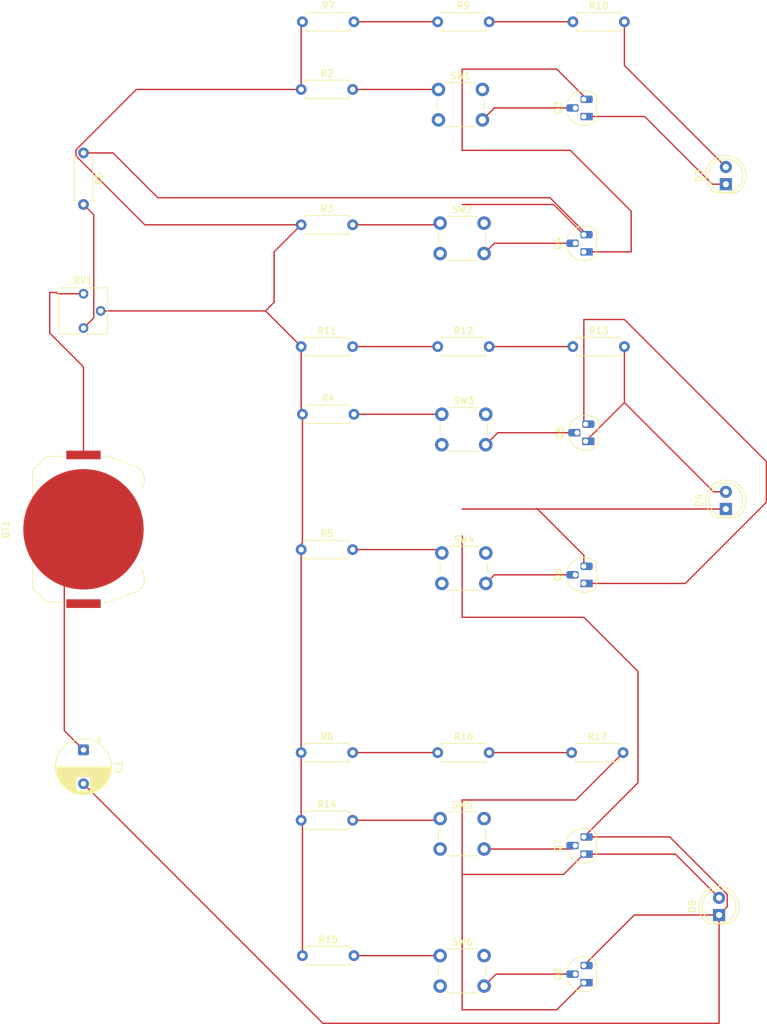
<source format=kicad_pcb>
(kicad_pcb (version 20241229) (generator "pcbnew") (generator_version "9.0")
  (layers (0 "F.Cu" signal) (2 "B.Cu" signal) (13 "F.Paste" user) (15 "B.Paste" user) (5 "F.SilkS" user "F.Silkscreen") (7 "B.SilkS" user "B.Silkscreen") (1 "F.Mask" user) (3 "B.Mask" user) (25 "Edge.Cuts" user))
  (net 0 "")
  (net 1 "Net-(BT1-+)")
  (net 2 "Net-(BT1--)")
  (net 3 "ground")
  (net 4 "Net-(D3-K)")
  (net 5 "Net-(D3-A)")
  (net 6 "Net-(D4-A)")
  (net 7 "Net-(D5-A)")
  (net 8 "Net-(Q3-B)")
  (net 9 "Net-(Q3-E)")
  (net 10 "Net-(Q4-B)")
  (net 11 "Net-(Q5-E)")
  (net 12 "Net-(Q5-B)")
  (net 13 "Net-(Q6-B)")
  (net 14 "Net-(Q7-B)")
  (net 15 "Net-(Q8-B)")
  (net 16 "Net-(R2-Pad2)")
  (net 17 "Net-(R11-Pad1)")
  (net 18 "Net-(R3-Pad2)")
  (net 19 "Net-(R4-Pad2)")
  (net 20 "Net-(R5-Pad2)")
  (net 21 "Net-(R6-Pad2)")
  (net 22 "Net-(R7-Pad2)")
  (net 23 "Net-(R16-Pad1)")
  (net 24 "Net-(R10-Pad1)")
  (net 25 "Net-(R11-Pad2)")
  (net 26 "Net-(R12-Pad2)")
  (net 27 "Net-(R14-Pad2)")
  (net 28 "Net-(R15-Pad2)")
  (net 29 "Net-(R16-Pad2)")
  (footprint "Resistor_THT:R_Axial_DIN0207_L6.3mm_D2.5mm_P7.62mm_Horizontal" (layer "F.Cu") (at 101.19 82)
    (property "Reference" "R11" (at 3.81 -2.37 0) (layer "F.SilkS"))
    (property "Value" "R")
    (pad "1" thru_hole circle (at 0 0) (size 1.6 1.6) (drill 0.8) (layers "*.Cu" "*.Mask") (net 17 "Net-(R11-Pad1)"))
    (pad "2" thru_hole circle (at 7.62 0) (size 1.6 1.6) (drill 0.8) (layers "*.Cu" "*.Mask") (net 25 "Net-(R11-Pad2)"))
  )
  (footprint "Resistor_THT:R_Axial_DIN0207_L6.3mm_D2.5mm_P7.62mm_Horizontal" (layer "F.Cu") (at 101.38 172)
    (property "Reference" "R15" (at 3.81 -2.37 0) (layer "F.SilkS"))
    (property "Value" "R")
    (pad "1" thru_hole circle (at 0 0) (size 1.6 1.6) (drill 0.8) (layers "*.Cu" "*.Mask") (net 17 "Net-(R11-Pad1)"))
    (pad "2" thru_hole circle (at 7.62 0) (size 1.6 1.6) (drill 0.8) (layers "*.Cu" "*.Mask") (net 28 "Net-(R15-Pad2)"))
  )
  (footprint "Resistor_THT:R_Axial_DIN0207_L6.3mm_D2.5mm_P7.62mm_Horizontal" (layer "F.Cu") (at 141.38 82)
    (property "Reference" "R13" (at 3.81 -2.37 0) (layer "F.SilkS"))
    (property "Value" "R")
    (pad "1" thru_hole circle (at 0 0) (size 1.6 1.6) (drill 0.8) (layers "*.Cu" "*.Mask") (net 26 "Net-(R12-Pad2)"))
    (pad "2" thru_hole circle (at 7.62 0) (size 1.6 1.6) (drill 0.8) (layers "*.Cu" "*.Mask") (net 6 "Net-(D4-A)"))
  )
  (footprint "Resistor_THT:R_Axial_DIN0207_L6.3mm_D2.5mm_P7.62mm_Horizontal" (layer "F.Cu") (at 101.19 142)
    (property "Reference" "R8" (at 3.81 -2.37 0) (layer "F.SilkS"))
    (property "Value" "R")
    (pad "1" thru_hole circle (at 0 0) (size 1.6 1.6) (drill 0.8) (layers "*.Cu" "*.Mask") (net 17 "Net-(R11-Pad1)"))
    (pad "2" thru_hole circle (at 7.62 0) (size 1.6 1.6) (drill 0.8) (layers "*.Cu" "*.Mask") (net 23 "Net-(R16-Pad1)"))
  )
  (footprint "Button_Switch_THT:SW_PUSH_6mm" (layer "F.Cu") (at 121.75 172)
    (property "Reference" "SW6" (at 3.25 -2 0) (layer "F.SilkS"))
    (property "Value" "SW_Push")
    (pad "1" thru_hole circle (at 0 0 90) (size 2 2) (drill 1.1) (layers "*.Cu" "*.Mask") (net 28 "Net-(R15-Pad2)"))
    (pad "1" thru_hole circle (at 6.5 0 90) (size 2 2) (drill 1.1) (layers "*.Cu" "*.Mask") (net 28 "Net-(R15-Pad2)"))
    (pad "2" thru_hole circle (at 0 4.5 90) (size 2 2) (drill 1.1) (layers "*.Cu" "*.Mask") (net 15 "Net-(Q8-B)"))
    (pad "2" thru_hole circle (at 6.5 4.5 90) (size 2 2) (drill 1.1) (layers "*.Cu" "*.Mask") (net 15 "Net-(Q8-B)"))
  )
  (footprint "LED_THT:LED_D5.0mm" (layer "F.Cu") (at 164 58 90)
    (property "Reference" "D3" (at 1.27 -3.96 90) (layer "F.SilkS"))
    (property "Value" "LED")
    (pad "1" thru_hole rect (at 0 0 90) (size 1.8 1.8) (drill 0.9) (layers "*.Cu" "*.Mask") (net 4 "Net-(D3-K)"))
    (pad "2" thru_hole circle (at 2.54 0 90) (size 1.8 1.8) (drill 0.9) (layers "*.Cu" "*.Mask") (net 5 "Net-(D3-A)"))
  )
  (footprint "Resistor_THT:R_Axial_DIN0207_L6.3mm_D2.5mm_P7.62mm_Horizontal" (layer "F.Cu") (at 69 53.38 -90)
    (property "Reference" "R6" (at 3.81 -2.37 90) (layer "F.SilkS"))
    (property "Value" "R")
    (pad "1" thru_hole circle (at 0 0 270) (size 1.6 1.6) (drill 0.8) (layers "*.Cu" "*.Mask") (net 3 "ground"))
    (pad "2" thru_hole circle (at 7.62 0 270) (size 1.6 1.6) (drill 0.8) (layers "*.Cu" "*.Mask") (net 21 "Net-(R6-Pad2)"))
  )
  (footprint "Package_TO_SOT_THT:TO-92L_HandSolder" (layer "F.Cu") (at 143 117 90)
    (property "Reference" "Q6" (at 1.27 -3.8 90) (layer "F.SilkS"))
    (property "Value" "NPN")
    (pad "1" thru_hole rect (at 0 0 90) (size 1.1 1.8) (drill 0.75 (offset 0 0.4)) (layers "*.Cu" "*.Mask") (net 11 "Net-(Q5-E)"))
    (pad "2" thru_hole roundrect (at 1.27 -1.27 90) (size 1.1 1.8) (drill 0.75 (offset 0 -0.4)) (layers "*.Cu" "*.Mask") (net 13 "Net-(Q6-B)"))
    (pad "3" thru_hole roundrect (at 2.54 0 90) (size 1.1 1.8) (drill 0.75 (offset 0 0.4)) (layers "*.Cu" "*.Mask") (net 3 "ground"))
  )
  (footprint "LED_THT:LED_D5.0mm" (layer "F.Cu") (at 164 106 90)
    (property "Reference" "D4" (at 1.27 -3.96 90) (layer "F.SilkS"))
    (property "Value" "LED")
    (pad "1" thru_hole rect (at 0 0 90) (size 1.8 1.8) (drill 0.9) (layers "*.Cu" "*.Mask") (net 3 "ground"))
    (pad "2" thru_hole circle (at 2.54 0 90) (size 1.8 1.8) (drill 0.9) (layers "*.Cu" "*.Mask") (net 6 "Net-(D4-A)"))
  )
  (footprint "Battery:BatteryHolder_Keystone_3034_1x20mm" (layer "F.Cu") (at 69 109 90)
    (property "Reference" "BT1" (at 0 -11.5 90) (layer "F.SilkS"))
    (property "Value" "Battery_Cell")
    (pad "1" smd rect (at -10.985 0 90) (size 1.27 5.08) (layers "F.Cu" "F.Mask" "F.Paste") (net 1 "Net-(BT1-+)"))
    (pad "1" smd rect (at 10.985 0 90) (size 1.27 5.08) (layers "F.Cu" "F.Mask" "F.Paste") (net 1 "Net-(BT1-+)"))
    (pad "2" smd circle (at 0 0 90) (size 17.8 17.8) (layers "F.Cu" "F.Mask") (net 2 "Net-(BT1--)"))
  )
  (footprint "Package_TO_SOT_THT:TO-92L_HandSolder" (layer "F.Cu") (at 143 48 90)
    (property "Reference" "Q3" (at 1.27 -3.8 90) (layer "F.SilkS"))
    (property "Value" "NPN")
    (pad "1" thru_hole rect (at 0 0 90) (size 1.1 1.8) (drill 0.75 (offset 0 0.4)) (layers "*.Cu" "*.Mask") (net 4 "Net-(D3-K)"))
    (pad "2" thru_hole roundrect (at 1.27 -1.27 90) (size 1.1 1.8) (drill 0.75 (offset 0 -0.4)) (layers "*.Cu" "*.Mask") (net 8 "Net-(Q3-B)"))
    (pad "3" thru_hole roundrect (at 2.54 0 90) (size 1.1 1.8) (drill 0.75 (offset 0 0.4)) (layers "*.Cu" "*.Mask") (net 9 "Net-(Q3-E)"))
  )
  (footprint "Package_TO_SOT_THT:TO-92L_HandSolder" (layer "F.Cu") (at 143 68 90)
    (property "Reference" "Q4" (at 1.27 -3.8 90) (layer "F.SilkS"))
    (property "Value" "NPN")
    (pad "1" thru_hole rect (at 0 0 90) (size 1.1 1.8) (drill 0.75 (offset 0 0.4)) (layers "*.Cu" "*.Mask") (net 9 "Net-(Q3-E)"))
    (pad "2" thru_hole roundrect (at 1.27 -1.27 90) (size 1.1 1.8) (drill 0.75 (offset 0 -0.4)) (layers "*.Cu" "*.Mask") (net 10 "Net-(Q4-B)"))
    (pad "3" thru_hole roundrect (at 2.54 0 90) (size 1.1 1.8) (drill 0.75 (offset 0 0.4)) (layers "*.Cu" "*.Mask") (net 3 "ground"))
  )
  (footprint "Potentiometer_THT:Potentiometer_Vishay_T73YP_Vertical" (layer "F.Cu") (at 69 79.27)
    (property "Reference" "RV1" (at -0.06 -7.09 0) (layer "F.SilkS"))
    (property "Value" "R_Potentiometer")
    (pad "1" thru_hole circle (at 0 0) (size 1.44 1.44) (drill 0.8) (layers "*.Cu" "*.Mask") (net 21 "Net-(R6-Pad2)"))
    (pad "2" thru_hole circle (at 2.54 -2.54) (size 1.44 1.44) (drill 0.8) (layers "*.Cu" "*.Mask") (net 17 "Net-(R11-Pad1)"))
    (pad "3" thru_hole circle (at 0 -5.08) (size 1.44 1.44) (drill 0.8) (layers "*.Cu" "*.Mask") (net 1 "Net-(BT1-+)"))
  )
  (footprint "Button_Switch_THT:SW_PUSH_6mm" (layer "F.Cu") (at 122 112.5)
    (property "Reference" "SW4" (at 3.25 -2 0) (layer "F.SilkS"))
    (property "Value" "SW_Push")
    (pad "1" thru_hole circle (at 0 0 90) (size 2 2) (drill 1.1) (layers "*.Cu" "*.Mask") (net 20 "Net-(R5-Pad2)"))
    (pad "1" thru_hole circle (at 6.5 0 90) (size 2 2) (drill 1.1) (layers "*.Cu" "*.Mask") (net 20 "Net-(R5-Pad2)"))
    (pad "2" thru_hole circle (at 0 4.5 90) (size 2 2) (drill 1.1) (layers "*.Cu" "*.Mask") (net 13 "Net-(Q6-B)"))
    (pad "2" thru_hole circle (at 6.5 4.5 90) (size 2 2) (drill 1.1) (layers "*.Cu" "*.Mask") (net 13 "Net-(Q6-B)"))
  )
  (footprint "Resistor_THT:R_Axial_DIN0207_L6.3mm_D2.5mm_P7.62mm_Horizontal" (layer "F.Cu") (at 121.38 82)
    (property "Reference" "R12" (at 3.81 -2.37 0) (layer "F.SilkS"))
    (property "Value" "R")
    (pad "1" thru_hole circle (at 0 0) (size 1.6 1.6) (drill 0.8) (layers "*.Cu" "*.Mask") (net 25 "Net-(R11-Pad2)"))
    (pad "2" thru_hole circle (at 7.62 0) (size 1.6 1.6) (drill 0.8) (layers "*.Cu" "*.Mask") (net 26 "Net-(R12-Pad2)"))
  )
  (footprint "Package_TO_SOT_THT:TO-92L_HandSolder" (layer "F.Cu") (at 143 176 90)
    (property "Reference" "Q8" (at 1.27 -3.8 90) (layer "F.SilkS"))
    (property "Value" "NPN")
    (pad "1" thru_hole rect (at 0 0 90) (size 1.1 1.8) (drill 0.75 (offset 0 0.4)) (layers "*.Cu" "*.Mask") (net 7 "Net-(D5-A)"))
    (pad "2" thru_hole roundrect (at 1.27 -1.27 90) (size 1.1 1.8) (drill 0.75 (offset 0 -0.4)) (layers "*.Cu" "*.Mask") (net 15 "Net-(Q8-B)"))
    (pad "3" thru_hole roundrect (at 2.54 0 90) (size 1.1 1.8) (drill 0.75 (offset 0 0.4)) (layers "*.Cu" "*.Mask") (net 3 "ground"))
  )
  (footprint "Package_TO_SOT_THT:TO-92L_HandSolder" (layer "F.Cu") (at 143 157 90)
    (property "Reference" "Q7" (at 1.27 -3.8 90) (layer "F.SilkS"))
    (property "Value" "NPN")
    (pad "1" thru_hole rect (at 0 0 90) (size 1.1 1.8) (drill 0.75 (offset 0 0.4)) (layers "*.Cu" "*.Mask") (net 7 "Net-(D5-A)"))
    (pad "2" thru_hole roundrect (at 1.27 -1.27 90) (size 1.1 1.8) (drill 0.75 (offset 0 -0.4)) (layers "*.Cu" "*.Mask") (net 14 "Net-(Q7-B)"))
    (pad "3" thru_hole roundrect (at 2.54 0 90) (size 1.1 1.8) (drill 0.75 (offset 0 0.4)) (layers "*.Cu" "*.Mask") (net 3 "ground"))
  )
  (footprint "Button_Switch_THT:SW_PUSH_6mm" (layer "F.Cu") (at 121.75 151.75)
    (property "Reference" "SW5" (at 3.25 -2 0) (layer "F.SilkS"))
    (property "Value" "SW_Push")
    (pad "1" thru_hole circle (at 0 0 90) (size 2 2) (drill 1.1) (layers "*.Cu" "*.Mask") (net 27 "Net-(R14-Pad2)"))
    (pad "1" thru_hole circle (at 6.5 0 90) (size 2 2) (drill 1.1) (layers "*.Cu" "*.Mask") (net 27 "Net-(R14-Pad2)"))
    (pad "2" thru_hole circle (at 0 4.5 90) (size 2 2) (drill 1.1) (layers "*.Cu" "*.Mask") (net 14 "Net-(Q7-B)"))
    (pad "2" thru_hole circle (at 6.5 4.5 90) (size 2 2) (drill 1.1) (layers "*.Cu" "*.Mask") (net 14 "Net-(Q7-B)"))
  )
  (footprint "Resistor_THT:R_Axial_DIN0207_L6.3mm_D2.5mm_P7.62mm_Horizontal" (layer "F.Cu") (at 101.19 112)
    (property "Reference" "R5" (at 3.81 -2.37 0) (layer "F.SilkS"))
    (property "Value" "R")
    (pad "1" thru_hole circle (at 0 0) (size 1.6 1.6) (drill 0.8) (layers "*.Cu" "*.Mask") (net 17 "Net-(R11-Pad1)"))
    (pad "2" thru_hole circle (at 7.62 0) (size 1.6 1.6) (drill 0.8) (layers "*.Cu" "*.Mask") (net 20 "Net-(R5-Pad2)"))
  )
  (footprint "Resistor_THT:R_Axial_DIN0207_L6.3mm_D2.5mm_P7.62mm_Horizontal" (layer "F.Cu") (at 101.19 152)
    (property "Reference" "R14" (at 3.81 -2.37 0) (layer "F.SilkS"))
    (property "Value" "R")
    (pad "1" thru_hole circle (at 0 0) (size 1.6 1.6) (drill 0.8) (layers "*.Cu" "*.Mask") (net 17 "Net-(R11-Pad1)"))
    (pad "2" thru_hole circle (at 7.62 0) (size 1.6 1.6) (drill 0.8) (layers "*.Cu" "*.Mask") (net 27 "Net-(R14-Pad2)"))
  )
  (footprint "Resistor_THT:R_Axial_DIN0207_L6.3mm_D2.5mm_P7.62mm_Horizontal" (layer "F.Cu") (at 101.19 64)
    (property "Reference" "R3" (at 3.81 -2.37 0) (layer "F.SilkS"))
    (property "Value" "R")
    (pad "1" thru_hole circle (at 0 0) (size 1.6 1.6) (drill 0.8) (layers "*.Cu" "*.Mask") (net 17 "Net-(R11-Pad1)"))
    (pad "2" thru_hole circle (at 7.62 0) (size 1.6 1.6) (drill 0.8) (layers "*.Cu" "*.Mask") (net 18 "Net-(R3-Pad2)"))
  )
  (footprint "Capacitor_THT:CP_Radial_D8.0mm_P5.00mm" (layer "F.Cu") (at 69 141.597349 -90)
    (property "Reference" "C1" (at 2.5 -5.25 90) (layer "F.SilkS"))
    (property "Value" "C")
    (pad "1" thru_hole roundrect (at 0 0 270) (size 1.6 1.6) (drill 0.8) (layers "*.Cu" "*.Mask") (roundrect_rratio 0.15625) (net 2 "Net-(BT1--)"))
    (pad "2" thru_hole circle (at 5 0 270) (size 1.6 1.6) (drill 0.8) (layers "*.Cu" "*.Mask") (net 3 "ground"))
  )
  (footprint "LED_THT:LED_D5.0mm" (layer "F.Cu") (at 163 166 90)
    (property "Reference" "D5" (at 1.27 -3.96 90) (layer "F.SilkS"))
    (property "Value" "LED")
    (pad "1" thru_hole rect (at 0 0 90) (size 1.8 1.8) (drill 0.9) (layers "*.Cu" "*.Mask") (net 3 "ground"))
    (pad "2" thru_hole circle (at 2.54 0 90) (size 1.8 1.8) (drill 0.9) (layers "*.Cu" "*.Mask") (net 7 "Net-(D5-A)"))
  )
  (footprint "Button_Switch_THT:SW_PUSH_6mm" (layer "F.Cu") (at 121.99 92)
    (property "Reference" "SW3" (at 3.25 -2 0) (layer "F.SilkS"))
    (property "Value" "SW_Push")
    (pad "1" thru_hole circle (at 0 0 90) (size 2 2) (drill 1.1) (layers "*.Cu" "*.Mask") (net 19 "Net-(R4-Pad2)"))
    (pad "1" thru_hole circle (at 6.5 0 90) (size 2 2) (drill 1.1) (layers "*.Cu" "*.Mask") (net 19 "Net-(R4-Pad2)"))
    (pad "2" thru_hole circle (at 0 4.5 90) (size 2 2) (drill 1.1) (layers "*.Cu" "*.Mask") (net 12 "Net-(Q5-B)"))
    (pad "2" thru_hole circle (at 6.5 4.5 90) (size 2 2) (drill 1.1) (layers "*.Cu" "*.Mask") (net 12 "Net-(Q5-B)"))
  )
  (footprint "Package_TO_SOT_THT:TO-92L_HandSolder" (layer "F.Cu") (at 143.27 96 90)
    (property "Reference" "Q5" (at 1.27 -3.8 90) (layer "F.SilkS"))
    (property "Value" "NPN")
    (pad "1" thru_hole rect (at 0 0 90) (size 1.1 1.8) (drill 0.75 (offset 0 0.4)) (layers "*.Cu" "*.Mask") (net 6 "Net-(D4-A)"))
    (pad "2" thru_hole roundrect (at 1.27 -1.27 90) (size 1.1 1.8) (drill 0.75 (offset 0 -0.4)) (layers "*.Cu" "*.Mask") (net 12 "Net-(Q5-B)"))
    (pad "3" thru_hole roundrect (at 2.54 0 90) (size 1.1 1.8) (drill 0.75 (offset 0 0.4)) (layers "*.Cu" "*.Mask") (net 11 "Net-(Q5-E)"))
  )
  (footprint "Resistor_THT:R_Axial_DIN0207_L6.3mm_D2.5mm_P7.62mm_Horizontal" (layer "F.Cu") (at 101.38 92)
    (property "Reference" "R4" (at 3.81 -2.37 0) (layer "F.SilkS"))
    (property "Value" "R")
    (pad "1" thru_hole circle (at 0 0) (size 1.6 1.6) (drill 0.8) (layers "*.Cu" "*.Mask") (net 17 "Net-(R11-Pad1)"))
    (pad "2" thru_hole circle (at 7.62 0) (size 1.6 1.6) (drill 0.8) (layers "*.Cu" "*.Mask") (net 19 "Net-(R4-Pad2)"))
  )
  (footprint "Resistor_THT:R_Axial_DIN0207_L6.3mm_D2.5mm_P7.62mm_Horizontal" (layer "F.Cu") (at 101.38 34)
    (property "Reference" "R7" (at 3.81 -2.37 0) (layer "F.SilkS"))
    (property "Value" "R")
    (pad "1" thru_hole circle (at 0 0) (size 1.6 1.6) (drill 0.8) (layers "*.Cu" "*.Mask") (net 17 "Net-(R11-Pad1)"))
    (pad "2" thru_hole circle (at 7.62 0) (size 1.6 1.6) (drill 0.8) (layers "*.Cu" "*.Mask") (net 22 "Net-(R7-Pad2)"))
  )
  (footprint "Resistor_THT:R_Axial_DIN0207_L6.3mm_D2.5mm_P7.62mm_Horizontal" (layer "F.Cu") (at 121.38 142)
    (property "Reference" "R16" (at 3.81 -2.37 0) (layer "F.SilkS"))
    (property "Value" "R")
    (pad "1" thru_hole circle (at 0 0) (size 1.6 1.6) (drill 0.8) (layers "*.Cu" "*.Mask") (net 23 "Net-(R16-Pad1)"))
    (pad "2" thru_hole circle (at 7.62 0) (size 1.6 1.6) (drill 0.8) (layers "*.Cu" "*.Mask") (net 29 "Net-(R16-Pad2)"))
  )
  (footprint "Resistor_THT:R_Axial_DIN0207_L6.3mm_D2.5mm_P7.62mm_Horizontal" (layer "F.Cu") (at 141.38 34)
    (property "Reference" "R10" (at 3.81 -2.37 0) (layer "F.SilkS"))
    (property "Value" "R")
    (pad "1" thru_hole circle (at 0 0) (size 1.6 1.6) (drill 0.8) (layers "*.Cu" "*.Mask") (net 24 "Net-(R10-Pad1)"))
    (pad "2" thru_hole circle (at 7.62 0) (size 1.6 1.6) (drill 0.8) (layers "*.Cu" "*.Mask") (net 5 "Net-(D3-A)"))
  )
  (footprint "Button_Switch_THT:SW_PUSH_6mm" (layer "F.Cu") (at 121.75 63.75)
    (property "Reference" "SW2" (at 3.25 -2 0) (layer "F.SilkS"))
    (property "Value" "SW_Push")
    (pad "1" thru_hole circle (at 0 0 90) (size 2 2) (drill 1.1) (layers "*.Cu" "*.Mask") (net 18 "Net-(R3-Pad2)"))
    (pad "1" thru_hole circle (at 6.5 0 90) (size 2 2) (drill 1.1) (layers "*.Cu" "*.Mask") (net 18 "Net-(R3-Pad2)"))
    (pad "2" thru_hole circle (at 0 4.5 90) (size 2 2) (drill 1.1) (layers "*.Cu" "*.Mask") (net 10 "Net-(Q4-B)"))
    (pad "2" thru_hole circle (at 6.5 4.5 90) (size 2 2) (drill 1.1) (layers "*.Cu" "*.Mask") (net 10 "Net-(Q4-B)"))
  )
  (footprint "Button_Switch_THT:SW_PUSH_6mm" (layer "F.Cu") (at 121.5 44)
    (property "Reference" "SW1" (at 3.25 -2 0) (layer "F.SilkS"))
    (property "Value" "SW_Push")
    (pad "1" thru_hole circle (at 0 0 90) (size 2 2) (drill 1.1) (layers "*.Cu" "*.Mask") (net 16 "Net-(R2-Pad2)"))
    (pad "1" thru_hole circle (at 6.5 0 90) (size 2 2) (drill 1.1) (layers "*.Cu" "*.Mask") (net 16 "Net-(R2-Pad2)"))
    (pad "2" thru_hole circle (at 0 4.5 90) (size 2 2) (drill 1.1) (layers "*.Cu" "*.Mask") (net 8 "Net-(Q3-B)"))
    (pad "2" thru_hole circle (at 6.5 4.5 90) (size 2 2) (drill 1.1) (layers "*.Cu" "*.Mask") (net 8 "Net-(Q3-B)"))
  )
  (footprint "Resistor_THT:R_Axial_DIN0207_L6.3mm_D2.5mm_P7.62mm_Horizontal" (layer "F.Cu") (at 141.19 142)
    (property "Reference" "R17" (at 3.81 -2.37 0) (layer "F.SilkS"))
    (property "Value" "R")
    (pad "1" thru_hole circle (at 0 0) (size 1.6 1.6) (drill 0.8) (layers "*.Cu" "*.Mask") (net 29 "Net-(R16-Pad2)"))
    (pad "2" thru_hole circle (at 7.62 0) (size 1.6 1.6) (drill 0.8) (layers "*.Cu" "*.Mask") (net 7 "Net-(D5-A)"))
  )
  (footprint "Resistor_THT:R_Axial_DIN0207_L6.3mm_D2.5mm_P7.62mm_Horizontal" (layer "F.Cu") (at 121.38 34)
    (property "Reference" "R9" (at 3.81 -2.37 0) (layer "F.SilkS"))
    (property "Value" "R")
    (pad "1" thru_hole circle (at 0 0) (size 1.6 1.6) (drill 0.8) (layers "*.Cu" "*.Mask") (net 22 "Net-(R7-Pad2)"))
    (pad "2" thru_hole circle (at 7.62 0) (size 1.6 1.6) (drill 0.8) (layers "*.Cu" "*.Mask") (net 24 "Net-(R10-Pad1)"))
  )
  (footprint "Resistor_THT:R_Axial_DIN0207_L6.3mm_D2.5mm_P7.62mm_Horizontal" (layer "F.Cu") (at 101.19 44)
    (property "Reference" "R2" (at 3.81 -2.37 0) (layer "F.SilkS"))
    (property "Value" "R")
    (pad "1" thru_hole circle (at 0 0) (size 1.6 1.6) (drill 0.8) (layers "*.Cu" "*.Mask") (net 17 "Net-(R11-Pad1)"))
    (pad "2" thru_hole circle (at 7.62 0) (size 1.6 1.6) (drill 0.8) (layers "*.Cu" "*.Mask") (net 16 "Net-(R2-Pad2)"))
  )
  (segment (start 65 74) (end 65.19 74.19) (width 0.2) (layer "F.Cu") (net 1))
  (segment (start 64 80) (end 64 74) (width 0.2) (layer "F.Cu") (net 1))
  (segment (start 64 74) (end 65 74) (width 0.2) (layer "F.Cu") (net 1))
  (segment (start 69 85) (end 69 98.015) (width 0.2) (layer "F.Cu") (net 1))
  (segment (start 65.19 74.19) (end 69 74.19) (width 0.2) (layer "F.Cu") (net 1))
  (segment (start 69 85) (end 64 80) (width 0.2) (layer "F.Cu") (net 1))
  (segment (start 66.159 111.841) (end 69 109) (width 0.2) (layer "F.Cu") (net 2))
  (segment (start 66.159 138.756349) (end 66.159 111.841) (width 0.2) (layer "F.Cu") (net 2))
  (segment (start 69 141.597349) (end 66.159 138.756349) (width 0.2) (layer "F.Cu") (net 2))
  (segment (start 80 60) (end 138 60) (width 0.2) (layer "F.Cu") (net 3))
  (segment (start 69 53.38) (end 73.38 53.38) (width 0.2) (layer "F.Cu") (net 3))
  (segment (start 163 166) (end 164.201 164.799) (width 0.2) (layer "F.Cu") (net 3))
  (segment (start 138.54 61) (end 125 61) (width 0.2) (layer "F.Cu") (net 3))
  (segment (start 136.150108 106) (end 164 106) (width 0.2) (layer "F.Cu") (net 3))
  (segment (start 163 182) (end 163 166) (width 0.2) (layer "F.Cu") (net 3))
  (segment (start 143 173.46) (end 150.46 166) (width 0.2) (layer "F.Cu") (net 3))
  (segment (start 155.698471 154.46) (end 143 154.46) (width 0.2) (layer "F.Cu") (net 3))
  (segment (start 143 65.46) (end 138.54 61) (width 0.2) (layer "F.Cu") (net 3))
  (segment (start 143 65) (end 143 65.46) (width 0.2) (layer "F.Cu") (net 3))
  (segment (start 143 112.849892) (end 136.075054 105.924946) (width 0.2) (layer "F.Cu") (net 3))
  (segment (start 151 146.46) (end 151 130) (width 0.2) (layer "F.Cu") (net 3))
  (segment (start 164.201 164.799) (end 164.201 162.962529) (width 0.2) (layer "F.Cu") (net 3))
  (segment (start 73.38 53.38) (end 80 60) (width 0.2) (layer "F.Cu") (net 3))
  (segment (start 143 154.46) (end 151 146.46) (width 0.2) (layer "F.Cu") (net 3))
  (segment (start 151 130) (end 143 122) (width 0.2) (layer "F.Cu") (net 3))
  (segment (start 150.46 166) (end 163 166) (width 0.2) (layer "F.Cu") (net 3))
  (segment (start 125 106) (end 136.150108 106) (width 0.2) (layer "F.Cu") (net 3))
  (segment (start 104.402652 182) (end 163 182) (width 0.2) (layer "F.Cu") (net 3))
  (segment (start 136.075054 105.924946) (end 136.150108 106) (width 0.2) (layer "F.Cu") (net 3))
  (segment (start 143 114.46) (end 143 112.849892) (width 0.2) (layer "F.Cu") (net 3))
  (segment (start 138 60) (end 143 65) (width 0.2) (layer "F.Cu") (net 3))
  (segment (start 69 146.597349) (end 104.402652 182) (width 0.2) (layer "F.Cu") (net 3))
  (segment (start 164.201 162.962529) (end 155.698471 154.46) (width 0.2) (layer "F.Cu") (net 3))
  (segment (start 143 122) (end 125 122) (width 0.2) (layer "F.Cu") (net 3))
  (segment (start 125 122) (end 125 110) (width 0.2) (layer "F.Cu") (net 3))
  (segment (start 162 58) (end 152 48) (width 0.2) (layer "F.Cu") (net 4))
  (segment (start 164 58) (end 162 58) (width 0.2) (layer "F.Cu") (net 4))
  (segment (start 152 48) (end 143 48) (width 0.2) (layer "F.Cu") (net 4))
  (segment (start 149 34) (end 149 40.46) (width 0.2) (layer "F.Cu") (net 5))
  (segment (start 149 40.46) (end 164 55.46) (width 0.2) (layer "F.Cu") (net 5))
  (segment (start 149 82) (end 149 90.27) (width 0.2) (layer "F.Cu") (net 6))
  (segment (start 149 90.27) (end 143.27 96) (width 0.2) (layer "F.Cu") (net 6))
  (segment (start 162.19 103.46) (end 149 90.27) (width 0.2) (layer "F.Cu") (net 6))
  (segment (start 164 103.46) (end 162.19 103.46) (width 0.2) (layer "F.Cu") (net 6))
  (segment (start 143 176) (end 139 180) (width 0.2) (layer "F.Cu") (net 7))
  (segment (start 139 180) (end 125 180) (width 0.2) (layer "F.Cu") (net 7))
  (segment (start 156.54 157) (end 143 157) (width 0.2) (layer "F.Cu") (net 7))
  (segment (start 125 160) (end 140 160) (width 0.2) (layer "F.Cu") (net 7))
  (segment (start 125 180) (end 125 160) (width 0.2) (layer "F.Cu") (net 7))
  (segment (start 140 160) (end 143 157) (width 0.2) (layer "F.Cu") (net 7))
  (segment (start 141.81 149) (end 125 149) (width 0.2) (layer "F.Cu") (net 7))
  (segment (start 125 149) (end 125 160) (width 0.2) (layer "F.Cu") (net 7))
  (segment (start 148.81 142) (end 141.81 149) (width 0.2) (layer "F.Cu") (net 7))
  (segment (start 163 163.46) (end 156.54 157) (width 0.2) (layer "F.Cu") (net 7))
  (segment (start 129.77 46.73) (end 141.73 46.73) (width 0.2) (layer "F.Cu") (net 8))
  (segment (start 128 48.5) (end 129.77 46.73) (width 0.2) (layer "F.Cu") (net 8))
  (segment (start 125 41) (end 125 53) (width 0.2) (layer "F.Cu") (net 9))
  (segment (start 125 53) (end 141 53) (width 0.2) (layer "F.Cu") (net 9))
  (segment (start 150 62) (end 150 68) (width 0.2) (layer "F.Cu") (net 9))
  (segment (start 143 45) (end 139 41) (width 0.2) (layer "F.Cu") (net 9))
  (segment (start 141 53) (end 150 62) (width 0.2) (layer "F.Cu") (net 9))
  (segment (start 143 45.46) (end 143 45) (width 0.2) (layer "F.Cu") (net 9))
  (segment (start 139 41) (end 125 41) (width 0.2) (layer "F.Cu") (net 9))
  (segment (start 150 68) (end 143 68) (width 0.2) (layer "F.Cu") (net 9))
  (segment (start 129.77 66.73) (end 141.73 66.73) (width 0.2) (layer "F.Cu") (net 10))
  (segment (start 128.25 68.25) (end 129.77 66.73) (width 0.2) (layer "F.Cu") (net 10))
  (segment (start 143 117) (end 158 117) (width 0.2) (layer "F.Cu") (net 11))
  (segment (start 170 99) (end 149 78) (width 0.2) (layer "F.Cu") (net 11))
  (segment (start 143 78) (end 143 93.19) (width 0.2) (layer "F.Cu") (net 11))
  (segment (start 149 78) (end 143 78) (width 0.2) (layer "F.Cu") (net 11))
  (segment (start 158 117) (end 170 105) (width 0.2) (layer "F.Cu") (net 11))
  (segment (start 170 105) (end 170 99) (width 0.2) (layer "F.Cu") (net 11))
  (segment (start 143 93.19) (end 143.27 93.46) (width 0.2) (layer "F.Cu") (net 11))
  (segment (start 130.26 94.73) (end 142 94.73) (width 0.2) (layer "F.Cu") (net 12))
  (segment (start 128.49 96.5) (end 130.26 94.73) (width 0.2) (layer "F.Cu") (net 12))
  (segment (start 128.5 117) (end 129.77 115.73) (width 0.2) (layer "F.Cu") (net 13))
  (segment (start 129.77 115.73) (end 141.73 115.73) (width 0.2) (layer "F.Cu") (net 13))
  (segment (start 141.21 156.25) (end 141.73 155.73) (width 0.2) (layer "F.Cu") (net 14))
  (segment (start 128.25 156.25) (end 141.21 156.25) (width 0.2) (layer "F.Cu") (net 14))
  (segment (start 128.25 176.5) (end 130.02 174.73) (width 0.2) (layer "F.Cu") (net 15))
  (segment (start 130.02 174.73) (end 141.73 174.73) (width 0.2) (layer "F.Cu") (net 15))
  (segment (start 108.81 44) (end 121.5 44) (width 0.2) (layer "F.Cu") (net 16))
  (segment (start 95.92 76.73) (end 101.19 82) (width 0.2) (layer "F.Cu") (net 17))
  (segment (start 101.38 91.38) (end 101.19 91.19) (width 0.2) (layer "F.Cu") (net 17))
  (segment (start 67.899 52.92395) (end 67.899 53.83605) (width 0.2) (layer "F.Cu") (net 17))
  (segment (start 101.19 91.19) (end 101.19 82) (width 0.2) (layer "F.Cu") (net 17))
  (segment (start 101.19 64) (end 97.19 68) (width 0.2) (layer "F.Cu") (net 17))
  (segment (start 78.06295 64) (end 101.19 64) (width 0.2) (layer "F.Cu") (net 17))
  (segment (start 76.82295 44) (end 67.899 52.92395) (width 0.2) (layer "F.Cu") (net 17))
  (segment (start 101.38 172) (end 101.38 152.19) (width 0.2) (layer "F.Cu") (net 17))
  (segment (start 67.899 53.83605) (end 78.06295 64) (width 0.2) (layer "F.Cu") (net 17))
  (segment (start 97.19 75.46) (end 95.92 76.73) (width 0.2) (layer "F.Cu") (net 17))
  (segment (start 101.38 111) (end 101.38 92) (width 0.2) (layer "F.Cu") (net 17))
  (segment (start 101.19 142) (end 101.19 112) (width 0.2) (layer "F.Cu") (net 17))
  (segment (start 97.19 68) (end 97.19 75.46) (width 0.2) (layer "F.Cu") (net 17))
  (segment (start 101.38 152.19) (end 101.19 152) (width 0.2) (layer "F.Cu") (net 17))
  (segment (start 101.19 142) (end 101.19 152) (width 0.2) (layer "F.Cu") (net 17))
  (segment (start 101.19 112) (end 101.19 111.19) (width 0.2) (layer "F.Cu") (net 17))
  (segment (start 71.54 76.73) (end 95.92 76.73) (width 0.2) (layer "F.Cu") (net 17))
  (segment (start 101.38 92) (end 101.38 91.38) (width 0.2) (layer "F.Cu") (net 17))
  (segment (start 101.19 34.19) (end 101.38 34) (width 0.2) (layer "F.Cu") (net 17))
  (segment (start 101.19 44) (end 76.82295 44) (width 0.2) (layer "F.Cu") (net 17))
  (segment (start 101.19 111.19) (end 101.38 111) (width 0.2) (layer "F.Cu") (net 17))
  (segment (start 101.19 44) (end 101.19 34.19) (width 0.2) (layer "F.Cu") (net 17))
  (segment (start 108.81 64) (end 121.5 64) (width 0.2) (layer "F.Cu") (net 18))
  (segment (start 121.5 64) (end 121.75 63.75) (width 0.2) (layer "F.Cu") (net 18))
  (segment (start 109 92) (end 121.49 92) (width 0.2) (layer "F.Cu") (net 19))
  (segment (start 121.49 92) (end 121.99 92.5) (width 0.2) (layer "F.Cu") (net 19))
  (segment (start 121.5 112) (end 122 112.5) (width 0.2) (layer "F.Cu") (net 20))
  (segment (start 108.81 112) (end 121.5 112) (width 0.2) (layer "F.Cu") (net 20))
  (segment (start 70.519 62.519) (end 70.519 77.751) (width 0.2) (layer "F.Cu") (net 21))
  (segment (start 69 61) (end 70.519 62.519) (width 0.2) (layer "F.Cu") (net 21))
  (segment (start 70.519 77.751) (end 69 79.27) (width 0.2) (layer "F.Cu") (net 21))
  (segment (start 109 34) (end 121.38 34) (width 0.2) (layer "F.Cu") (net 22))
  (segment (start 108.81 142) (end 121.38 142) (width 0.2) (layer "F.Cu") (net 23))
  (segment (start 129 34) (end 141.38 34) (width 0.2) (layer "F.Cu") (net 24))
  (segment (start 108.81 82) (end 121.38 82) (width 0.2) (layer "F.Cu") (net 25))
  (segment (start 129 82) (end 141.38 82) (width 0.2) (layer "F.Cu") (net 26))
  (segment (start 108.81 152) (end 121.5 152) (width 0.2) (layer "F.Cu") (net 27))
  (segment (start 121.5 152) (end 121.75 151.75) (width 0.2) (layer "F.Cu") (net 27))
  (segment (start 109 172) (end 121.75 172) (width 0.2) (layer "F.Cu") (net 28))
  (segment (start 129 142) (end 141.19 142) (width 0.2) (layer "F.Cu") (net 29))
)
</source>
